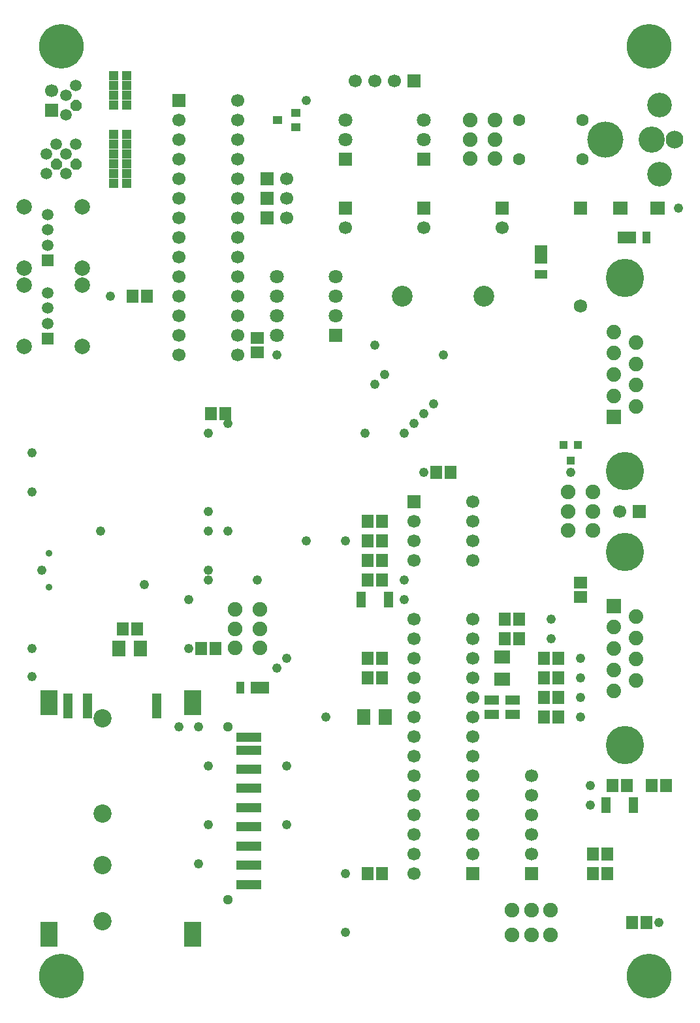
<source format=gbr>
G04 DipTrace 2.1.0.5*
%INTop Mask.gbr*%
%MOIN*%
%ADD10C,0.0098*%
%ADD11C,0.0055*%
%ADD12C,0.003*%
%ADD13C,0.05*%
%ADD14C,0.025*%
%ADD15C,0.0125*%
%ADD16C,0.02*%
%ADD17C,0.1*%
%ADD18C,0.01*%
%ADD19C,0.0013*%
%ADD20C,0.15*%
%ADD21C,0.0039*%
%ADD22R,0.0591X0.0591*%
%ADD23C,0.0591*%
%ADD24R,0.0512X0.0591*%
%ADD25R,0.0591X0.0512*%
%ADD26R,0.063X0.0709*%
%ADD27C,0.0984*%
%ADD28R,0.0665X0.0665*%
%ADD29C,0.0665*%
%ADD30C,0.1874*%
%ADD31R,0.0394X0.0748*%
%ADD32R,0.0866X0.0551*%
%ADD33R,0.0354X0.0551*%
%ADD34C,0.0591*%
%ADD35C,0.0512*%
%ADD36R,0.0886X0.0197*%
%ADD37R,0.1378X0.0807*%
%ADD38R,0.1535X0.0807*%
%ADD39R,0.1181X0.0433*%
%ADD40R,0.0787X0.1181*%
%ADD41R,0.0394X0.1181*%
%ADD42R,0.165X0.0701*%
%ADD43R,0.1732X0.1358*%
%ADD44C,0.085*%
%ADD45C,0.0079*%
%ADD46R,0.063X0.063*%
%ADD47C,0.063*%
%ADD48C,0.22*%
%ADD49R,0.0374X0.0354*%
%ADD50R,0.0433X0.0394*%
%ADD51C,0.06*%
%ADD52R,0.0512X0.0512*%
%ADD53C,0.0709*%
%ADD54R,0.0748X0.0591*%
%ADD55C,0.063*%
%ADD56C,0.0669*%
%ADD57R,0.0315X0.0512*%
%ADD58R,0.0512X0.0315*%
%ADD59R,0.0512X0.0236*%
%ADD60C,0.0142*%
%ADD61R,0.0315X0.0217*%
%ADD62R,0.0138X0.0571*%
%ADD63R,0.0315X0.0354*%
%ADD64R,0.0669X0.0598*%
%ADD65C,0.0551*%
%ADD66C,0.0827*%
%ADD67C,0.1181*%
%ADD68C,0.126*%
%ADD69C,0.1772*%
%ADD70R,0.0669X0.0394*%
%ADD71C,0.04*%
%ADD72C,0.0191*%
%ADD73C,0.0354*%
%ADD74C,0.0394*%
%ADD75C,0.0429*%
%ADD76C,0.1283*%
%ADD77C,0.0469*%
%ADD78C,0.13*%
%ADD79C,0.038*%
%ADD80C,0.0315*%
%ADD81C,0.0276*%
%ADD82C,0.0906*%
%ADD83C,0.1181*%
%ADD84C,0.0479*%
%ADD85C,0.0321*%
%ADD86R,0.0748X0.0472*%
%ADD87R,0.0591X0.0315*%
%ADD88C,0.185*%
%ADD89C,0.1693*%
%ADD90C,0.1339*%
%ADD91C,0.1102*%
%ADD92C,0.0906*%
%ADD93C,0.0748*%
%ADD94C,0.0472*%
%ADD95R,0.0748X0.0677*%
%ADD96R,0.0591X0.052*%
%ADD97R,0.0394X0.0433*%
%ADD98R,0.0236X0.0276*%
%ADD99R,0.0217X0.065*%
%ADD100R,0.0059X0.0492*%
%ADD101R,0.0394X0.0295*%
%ADD102R,0.0236X0.0138*%
%ADD103R,0.0433X0.0157*%
%ADD104R,0.0591X0.0394*%
%ADD105R,0.0433X0.0236*%
%ADD106R,0.0394X0.0591*%
%ADD107R,0.0236X0.0433*%
%ADD108C,0.0748*%
%ADD109C,0.0551*%
%ADD110R,0.0827X0.0669*%
%ADD111R,0.0669X0.0512*%
%ADD112C,0.0787*%
%ADD113R,0.0433X0.0433*%
%ADD114C,0.0679*%
%ADD115C,0.0521*%
%ADD116R,0.0512X0.0472*%
%ADD117R,0.0354X0.0315*%
%ADD118R,0.0453X0.0433*%
%ADD119R,0.0295X0.0276*%
%ADD120C,0.2279*%
%ADD121C,0.2121*%
%ADD122C,0.0709*%
%ADD123R,0.0709X0.0709*%
%ADD124R,0.0551X0.0551*%
%ADD125C,0.0929*%
%ADD126C,0.0772*%
%ADD127R,0.1811X0.1437*%
%ADD128R,0.1654X0.128*%
%ADD129R,0.1728X0.078*%
%ADD130R,0.1571X0.0622*%
%ADD131R,0.0472X0.126*%
%ADD132R,0.0315X0.1102*%
%ADD133R,0.0866X0.126*%
%ADD134R,0.0709X0.1102*%
%ADD135R,0.126X0.0512*%
%ADD136R,0.1102X0.0354*%
%ADD137R,0.1614X0.0886*%
%ADD138R,0.1457X0.0728*%
%ADD139R,0.1457X0.0886*%
%ADD140R,0.1299X0.0728*%
%ADD141R,0.0965X0.0276*%
%ADD142R,0.0807X0.0118*%
%ADD143C,0.0433*%
%ADD144C,0.0669*%
%ADD145C,0.0512*%
%ADD146R,0.0433X0.063*%
%ADD147R,0.0276X0.0472*%
%ADD148R,0.0945X0.063*%
%ADD149R,0.0787X0.0472*%
%ADD150R,0.0472X0.0827*%
%ADD151R,0.0315X0.0669*%
%ADD152C,0.1953*%
%ADD153C,0.1795*%
%ADD154C,0.0744*%
%ADD155C,0.0587*%
%ADD156R,0.0744X0.0744*%
%ADD157R,0.0587X0.0587*%
%ADD158C,0.1063*%
%ADD159R,0.0709X0.0787*%
%ADD160R,0.0551X0.063*%
%ADD161R,0.0669X0.0591*%
%ADD162R,0.0512X0.0433*%
%ADD163R,0.0591X0.0669*%
%ADD164R,0.0433X0.0512*%
%ADD165R,0.0669X0.0669*%
%ADD166C,0.0093*%
%ADD167C,0.0077*%
%ADD168C,0.0154*%
%ADD169C,0.0124*%
%FSLAX44Y44*%
%SFA1B1*%
%OFA0B0*%
G04*
G70*
G90*
G75*
G01*
%LNTopMask*%
%LPD*%
D84*
X10000Y24000D3*
Y21500D3*
X12500D3*
X9500Y7000D3*
X1000Y16567D3*
Y28000D3*
Y18000D3*
Y26000D3*
X4500Y24000D3*
X9000Y20500D3*
X10000Y29000D3*
X4500Y24000D3*
X11000D3*
X9000Y20500D3*
X18000Y29000D3*
X22000Y33000D3*
X17000Y23500D3*
X15000D3*
X29000Y17500D3*
Y16500D3*
Y15500D3*
Y14500D3*
X16000D3*
X5000Y36000D3*
X34000Y40500D3*
X28500Y27000D3*
X20000Y21500D3*
Y20500D3*
X21000Y27000D3*
X14000Y9000D3*
X17000Y6500D3*
X14000Y12000D3*
X10000D3*
Y9000D3*
X17000Y3500D3*
Y6500D3*
X15000Y46000D3*
X9000Y18000D3*
X29500Y10000D3*
Y11000D3*
X27500Y18500D3*
Y19500D3*
X13500Y33000D3*
X33000Y4000D3*
X20000Y29000D3*
X1500Y22000D3*
X10000Y25000D3*
Y22000D3*
X21500Y30500D3*
X18500Y33500D3*
X11000Y29500D3*
X6750Y21250D3*
X11000Y29500D3*
X20500D3*
X18500Y31500D3*
X8500Y14000D3*
X13500Y17000D3*
X9500Y14000D3*
X14000Y17500D3*
X21000Y30000D3*
X19000Y32000D3*
D165*
X17000Y40492D3*
D56*
Y39508D3*
D165*
X21000Y40492D3*
D56*
Y39508D3*
D165*
X25000Y40492D3*
D56*
Y39508D3*
D163*
X27874Y16500D3*
X27126D3*
X27874Y17500D3*
X27126D3*
X32374Y4000D3*
X31626D3*
X5626Y19000D3*
X6374D3*
X27874Y14500D3*
X27126D3*
X27874Y15500D3*
X27126D3*
X18126Y6500D3*
X18874D3*
X25874Y18500D3*
X25126D3*
D159*
X17949Y14500D3*
X19051D3*
D163*
X25874Y19500D3*
X25126D3*
D161*
X12500Y33126D3*
Y33874D3*
D163*
X6126Y36000D3*
X6874D3*
D158*
X24087D3*
X19913D3*
D159*
X5449Y18000D3*
X6551D3*
D156*
X30711Y20181D3*
D154*
Y19091D3*
Y18000D3*
Y16909D3*
Y15819D3*
X31829Y19636D3*
Y18545D3*
Y17455D3*
Y16364D3*
D152*
X31270Y22919D3*
Y13081D3*
D156*
X30711Y29819D3*
D154*
Y30909D3*
Y32000D3*
Y33091D3*
Y34181D3*
X31829Y30364D3*
Y31455D3*
Y32545D3*
Y33636D3*
D152*
X31270Y36919D3*
Y27081D3*
D150*
X19209Y20500D3*
X17791D3*
X30291Y10000D3*
X31709D3*
D148*
X12630Y16000D3*
D146*
X11626D3*
G36*
X26685Y37657D2*
Y38602D1*
X27315D1*
Y37657D1*
X26685D1*
G37*
G36*
Y36909D2*
Y37343D1*
X27315D1*
Y36909D1*
X26685D1*
G37*
D148*
X31370Y39000D3*
D146*
X32374D3*
D165*
X2000Y45500D3*
D144*
Y46500D3*
D23*
X2750Y45250D3*
G36*
X3526Y45865D2*
Y45636D1*
X3364Y45475D1*
X3136D1*
X2974Y45636D1*
Y45865D1*
X3136Y46026D1*
X3364D1*
X3526Y45865D1*
G37*
D23*
X2750Y46250D3*
X3250Y46750D3*
X2750Y42250D3*
G36*
X3526Y42865D2*
Y42636D1*
X3364Y42475D1*
X3136D1*
X2974Y42636D1*
Y42865D1*
X3136Y43026D1*
X3364D1*
X3526Y42865D1*
G37*
D23*
X2750Y43250D3*
X3250Y43750D3*
X1750Y42250D3*
G36*
X2526Y42865D2*
Y42636D1*
X2364Y42475D1*
X2136D1*
X1974Y42636D1*
Y42865D1*
X2136Y43026D1*
X2364D1*
X2526Y42865D1*
G37*
D23*
X1750Y43250D3*
X2250Y43750D3*
D73*
X1875Y21134D3*
Y22866D3*
D135*
X12063Y13469D3*
Y12799D3*
Y11844D3*
Y10860D3*
Y9876D3*
Y8892D3*
Y7907D3*
Y6923D3*
Y5939D3*
D133*
X9209Y15220D3*
Y3409D3*
D131*
X7378Y15063D3*
X3854D3*
X2831D3*
D133*
X1866Y15220D3*
Y3409D3*
D35*
X11000Y14000D3*
Y5181D3*
D125*
X4602Y6949D3*
Y4051D3*
Y14449D3*
Y9551D3*
D165*
X13000Y40000D3*
D56*
X14000D3*
D165*
X26500Y6500D3*
D56*
Y7500D3*
Y8500D3*
Y9500D3*
Y10500D3*
Y11500D3*
D165*
X13000Y41000D3*
D56*
X14000D3*
D165*
X13000Y42000D3*
D56*
X14000D3*
D123*
X21000Y43000D3*
D122*
Y44000D3*
Y45000D3*
D123*
X17000Y43000D3*
D122*
Y44000D3*
Y45000D3*
D165*
X20500Y25500D3*
D144*
Y24500D3*
Y23500D3*
Y22500D3*
X23500D3*
Y23500D3*
Y24500D3*
Y25500D3*
D120*
X2500Y1250D3*
X32500D3*
X2500Y48750D3*
X32500D3*
D118*
X14463Y44626D3*
Y45374D3*
X13537Y45000D3*
D163*
X18874Y22500D3*
X18126D3*
Y21500D3*
X18874D3*
X18126Y16500D3*
X18874D3*
D161*
X29000Y20626D3*
Y21374D3*
D116*
X5165Y47250D3*
X5835D3*
D114*
X29000Y35500D3*
G36*
X29339Y40839D2*
Y40161D1*
X28661D1*
Y40839D1*
X29339D1*
G37*
D116*
X5835Y43250D3*
X5165D3*
X5835Y45750D3*
X5165D3*
D163*
X29626Y7500D3*
X30374D3*
X18126Y17500D3*
X18874D3*
X32626Y11000D3*
X33374D3*
X30626D3*
X31374D3*
D116*
X5835Y43750D3*
X5165D3*
X5835Y44250D3*
X5165D3*
X5835Y42750D3*
X5165D3*
X5835Y46250D3*
X5165D3*
X5835Y46750D3*
X5165D3*
X5835Y42250D3*
X5165D3*
X5835Y41750D3*
X5165D3*
D163*
X18874Y24500D3*
X18126D3*
X18874Y23500D3*
X18126D3*
X9626Y18000D3*
X10374D3*
X10126Y30000D3*
X10874D3*
X21626Y27000D3*
X22374D3*
X30374Y6500D3*
X29626D3*
D23*
X1800Y40181D3*
Y39394D3*
Y38606D3*
D22*
Y37819D3*
D112*
X619Y40575D3*
X3572D3*
X619Y37425D3*
X3572D3*
D23*
X1800Y36181D3*
Y35394D3*
Y34606D3*
D22*
Y33819D3*
D112*
X619Y36575D3*
X3572D3*
X619Y33425D3*
X3572D3*
D110*
X25000Y16429D3*
Y17571D3*
D123*
X16500Y34000D3*
D53*
Y35000D3*
Y36000D3*
Y37000D3*
X13500D3*
Y36000D3*
Y35000D3*
Y34000D3*
D108*
X24630Y44984D3*
Y44000D3*
Y43016D3*
X23370D3*
Y44000D3*
Y44984D3*
D165*
X32000Y25000D3*
D144*
X31000D3*
D108*
X11370Y18016D3*
Y19000D3*
Y19984D3*
X12630D3*
Y19000D3*
Y18016D3*
D165*
X23500Y6500D3*
D144*
Y7500D3*
Y8500D3*
Y9500D3*
Y10500D3*
Y11500D3*
Y12500D3*
Y13500D3*
Y14500D3*
Y15500D3*
Y16500D3*
Y17500D3*
Y18500D3*
Y19500D3*
X20500D3*
Y18500D3*
Y17500D3*
Y16500D3*
Y15500D3*
Y14500D3*
Y13500D3*
Y12500D3*
Y11500D3*
Y10500D3*
Y9500D3*
Y8500D3*
Y7500D3*
Y6500D3*
D97*
X28500Y27606D3*
X28874Y28394D3*
X28126D3*
D165*
X8500Y46000D3*
D144*
Y45000D3*
Y44000D3*
Y43000D3*
Y42000D3*
Y41000D3*
Y40000D3*
Y39000D3*
Y38000D3*
Y37000D3*
Y36000D3*
Y35000D3*
Y34000D3*
Y33000D3*
X11500D3*
Y34000D3*
Y35000D3*
Y36000D3*
Y37000D3*
Y38000D3*
Y39000D3*
Y40000D3*
Y41000D3*
Y42000D3*
Y43000D3*
Y44000D3*
Y45000D3*
Y46000D3*
D95*
X31055Y40500D3*
X32945D3*
D108*
X28370Y24016D3*
Y25000D3*
Y25984D3*
X29630D3*
Y25000D3*
Y24016D3*
D47*
X25886Y42996D3*
Y45004D3*
X29114Y42996D3*
Y45004D3*
D92*
X33819Y44000D3*
D68*
X33031Y45772D3*
Y42228D3*
D90*
X32638Y44000D3*
D88*
X30276D3*
D165*
X20500Y47000D3*
D144*
X19500D3*
X18500D3*
X17500D3*
D108*
X27484Y3370D3*
X26500D3*
X25516D3*
Y4630D3*
X26500D3*
X27484D3*
D86*
X24469Y14646D3*
X25531D3*
Y15354D3*
X24469D3*
M02*

</source>
